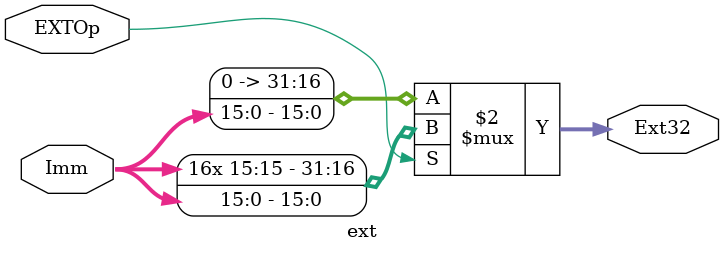
<source format=v>
`timescale 1ns / 1ps
`define ZEXT 1'b0
`define SEXT 1'b1

module ext(
    input EXTOp,
    input [15:0] Imm,
    output [31:0] Ext32
    );

	assign Ext32 = (EXTOp == `ZEXT) ? {{16{1'b0}}, Imm} : 
												{{16{Imm[15]}}, Imm};	// ÅÐ¶Ï¸ßÎ»À©Õ¹·½Ê½ if ZERO_EXT

endmodule

</source>
